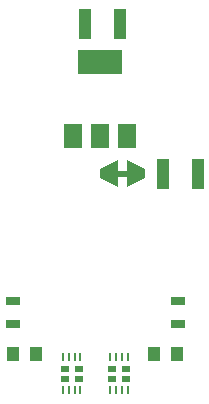
<source format=gbr>
G04 #@! TF.FileFunction,Paste,Top*
%FSLAX46Y46*%
G04 Gerber Fmt 4.6, Leading zero omitted, Abs format (unit mm)*
G04 Created by KiCad (PCBNEW 4.0.6-e0-6349~53~ubuntu16.04.1) date Tue Apr 25 15:56:05 2017*
%MOMM*%
%LPD*%
G01*
G04 APERTURE LIST*
%ADD10C,0.100000*%
%ADD11R,1.000000X2.500000*%
%ADD12R,1.000000X1.250000*%
%ADD13R,1.524000X0.508000*%
%ADD14R,1.300000X0.700000*%
%ADD15R,3.800000X2.000000*%
%ADD16R,1.500000X2.000000*%
%ADD17R,0.250000X0.700000*%
%ADD18R,0.714000X0.498000*%
G04 APERTURE END LIST*
D10*
D11*
X175284000Y-91440000D03*
X178284000Y-91440000D03*
X168680000Y-78740000D03*
X171680000Y-78740000D03*
D12*
X176514000Y-106680000D03*
X174514000Y-106680000D03*
X162560000Y-106680000D03*
X164560000Y-106680000D03*
D10*
G36*
X171450000Y-90297000D02*
X171450000Y-92583000D01*
X169926000Y-91821000D01*
X169926000Y-91059000D01*
X171450000Y-90297000D01*
X171450000Y-90297000D01*
G37*
G36*
X172212000Y-92583000D02*
X172212000Y-90297000D01*
X173736000Y-91059000D01*
X173736000Y-91821000D01*
X172212000Y-92583000D01*
X172212000Y-92583000D01*
G37*
D13*
X171831000Y-91440000D03*
D14*
X176530000Y-102240000D03*
X176530000Y-104140000D03*
X162560000Y-102240000D03*
X162560000Y-104140000D03*
D15*
X169926000Y-81940000D03*
D16*
X169926000Y-88240000D03*
X172226000Y-88240000D03*
X167626000Y-88240000D03*
D17*
X170787000Y-109765000D03*
X171287000Y-109765000D03*
X171787000Y-109765000D03*
X172287000Y-109765000D03*
X172287000Y-106965000D03*
X171787000Y-106965000D03*
X171287000Y-106965000D03*
X170787000Y-106965000D03*
D18*
X172132000Y-107950000D03*
X170942000Y-107950000D03*
X172132000Y-108780000D03*
X170942000Y-108780000D03*
D17*
X166803000Y-109765000D03*
X167303000Y-109765000D03*
X167803000Y-109765000D03*
X168303000Y-109765000D03*
X168303000Y-106965000D03*
X167803000Y-106965000D03*
X167303000Y-106965000D03*
X166803000Y-106965000D03*
D18*
X168148000Y-107950000D03*
X166958000Y-107950000D03*
X168148000Y-108780000D03*
X166958000Y-108780000D03*
M02*

</source>
